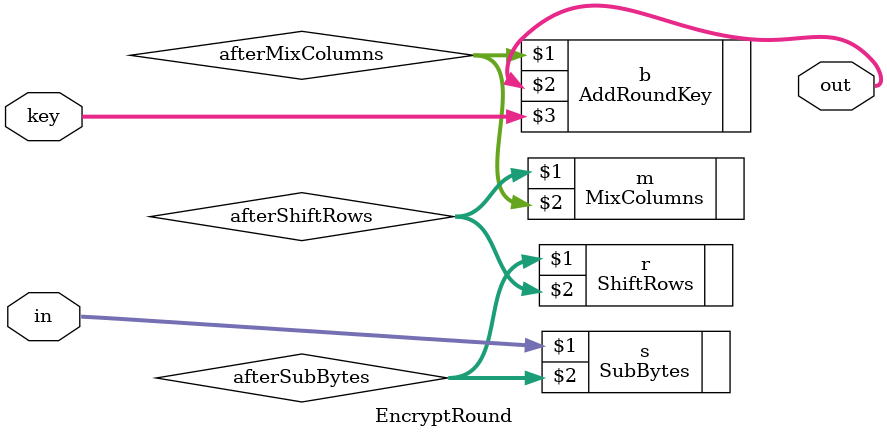
<source format=v>
`timescale 1ns / 1ps

module EncryptRound(in,key,out);
    input [127:0] in;
    output [127:0] out;
    input [127:0] key;
    wire [127:0] afterSubBytes;
    wire [127:0] afterShiftRows;
    wire [127:0] afterMixColumns;
    wire [127:0] afterAddroundKey;
    
    SubBytes s(in,afterSubBytes);
    ShiftRows r(afterSubBytes,afterShiftRows);
    MixColumns m(afterShiftRows,afterMixColumns);
    AddRoundKey b(afterMixColumns,out,key);
            
endmodule

</source>
